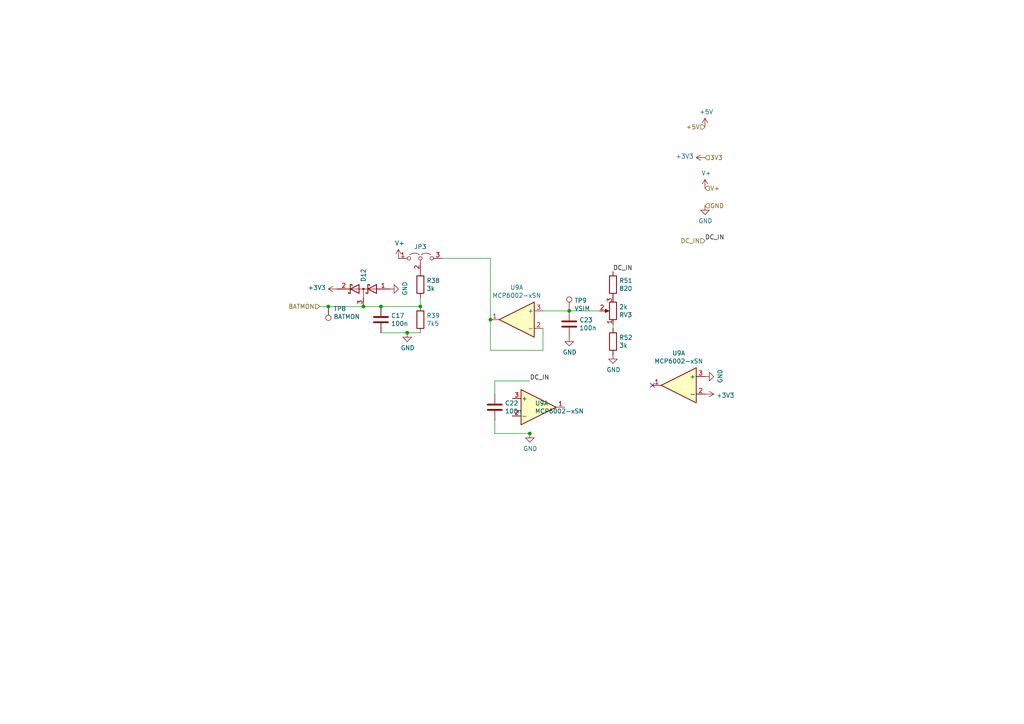
<source format=kicad_sch>
(kicad_sch (version 20211123) (generator eeschema)
  (paper "A4")
  (lib_symbols
    (symbol "Amplifier_Operational:MCP6002-xSN" (pin_names (offset 0.127))
      (property "Reference" "U" (at 0 5.08 0))
      (property "Value" "Amplifier_Operational_MCP6002-xSN" (at 0 -5.08 0))
      (symbol "MCP6002-xSN_1_1"
        (polyline (pts (xy -5.08 5.08) (xy 5.08 0) (xy -5.08 -5.08) (xy -5.08 5.08)) (stroke (width 0.254)) (fill (type background)))
        (pin output line (at 7.62 0 180) (length 2.54) (name "~") (number "1"))
        (pin input line (at -7.62 -2.54 0) (length 2.54) (name "-") (number "2"))
        (pin input line (at -7.62 2.54 0) (length 2.54) (name "+") (number "3"))
      )
      (symbol "MCP6002-xSN_2_1"
        (polyline (pts (xy -5.08 5.08) (xy 5.08 0) (xy -5.08 -5.08) (xy -5.08 5.08)) (stroke (width 0.254)) (fill (type background)))
        (pin input line (at -7.62 2.54 0) (length 2.54) (name "+") (number "5"))
        (pin input line (at -7.62 -2.54 0) (length 2.54) (name "-") (number "6"))
        (pin output line (at 7.62 0 180) (length 2.54) (name "~") (number "7"))
      )
      (symbol "MCP6002-xSN_3_1"
        (pin power_in line (at -2.54 -7.62 90) (length 3.81) (name "V-") (number "4"))
        (pin power_in line (at -2.54 7.62 270) (length 3.81) (name "V+") (number "8"))
      )
    )
    (symbol "Connector:TestPoint" (pin_numbers hide) (pin_names (offset 0.762) hide)
      (property "Reference" "TP" (at 0 6.858 0))
      (property "Value" "Connector_TestPoint" (at 0 5.08 0))
      (symbol "TestPoint_0_1"
        (circle (center 0 3.302) (radius 0.762))
      )
      (symbol "TestPoint_1_1"
        (pin passive line (at 0 0 90) (length 2.54) (name "1") (number "1"))
      )
    )
    (symbol "Device:C" (pin_numbers hide) (pin_names (offset 0.254))
      (property "Reference" "C" (at 0.635 2.54 0))
      (property "Value" "Device_C" (at 0.635 -2.54 0))
      (symbol "C_0_1"
        (polyline (pts (xy -2.032 -0.762) (xy 2.032 -0.762)) (stroke (width 0.508)))
        (polyline (pts (xy -2.032 0.762) (xy 2.032 0.762)) (stroke (width 0.508)))
      )
      (symbol "C_1_1"
        (pin passive line (at 0 3.81 270) (length 2.794) (name "~") (number "1"))
        (pin passive line (at 0 -3.81 90) (length 2.794) (name "~") (number "2"))
      )
    )
    (symbol "Device:D_Schottky_Dual_Series_AKC" (pin_names (offset 0.762) hide)
      (property "Reference" "D" (at 1.27 -2.54 0))
      (property "Value" "Device_D_Schottky_Dual_Series_AKC" (at 0 2.54 0))
      (symbol "D_Schottky_Dual_Series_AKC_0_1"
        (polyline (pts (xy -3.81 0) (xy 3.81 0)))
        (polyline (pts (xy 0 0) (xy 0 -2.54)))
        (polyline (pts (xy 6.35 0) (xy 7.62 0)))
        (polyline (pts (xy -1.27 -1.27) (xy -1.27 1.27) (xy -1.27 1.27)) (stroke (width 0.254)))
        (polyline (pts (xy 3.81 1.27) (xy 3.81 -1.27) (xy 3.81 -1.27)) (stroke (width 0.254)))
        (polyline (pts (xy -1.27 -1.27) (xy -0.762 -1.27) (xy -0.762 -1.016) (xy -0.762 -1.016)) (stroke (width 0.254)))
        (polyline (pts (xy 3.81 -1.27) (xy 4.318 -1.27) (xy 4.318 -1.016) (xy 4.318 -1.016)) (stroke (width 0.254)))
        (polyline (pts (xy 3.81 1.27) (xy 3.302 1.27) (xy 3.302 1.016) (xy 3.302 1.016)) (stroke (width 0.254)))
        (polyline (pts (xy -1.778 1.016) (xy -1.778 1.27) (xy -1.27 1.27) (xy -1.27 1.27) (xy -1.27 1.27)) (stroke (width 0.254)))
        (polyline (pts (xy -3.81 1.27) (xy -1.27 0) (xy -3.81 -1.27) (xy -3.81 1.27) (xy -3.81 1.27) (xy -3.81 1.27)) (stroke (width 0.254)))
        (polyline (pts (xy 1.27 1.27) (xy 3.81 0) (xy 1.27 -1.27) (xy 1.27 1.27) (xy 1.27 1.27) (xy 1.27 1.27)) (stroke (width 0.254)))
        (circle (center 0 0) (radius 0.254) (fill (type outline)))
        (pin passive line (at -7.62 0 0) (length 3.81) (name "A") (number "1"))
        (pin passive line (at 7.62 0 180) (length 3.81) (name "K") (number "2"))
        (pin passive line (at 0 -5.08 90) (length 2.54) (name "common") (number "3"))
      )
    )
    (symbol "Device:R" (pin_numbers hide) (pin_names (offset 0))
      (property "Reference" "R" (at 2.032 0 90))
      (property "Value" "Device_R" (at 0 0 90))
      (symbol "R_0_1"
        (rectangle (start -1.016 -2.54) (end 1.016 2.54) (stroke (width 0.254)))
      )
      (symbol "R_1_1"
        (pin passive line (at 0 3.81 270) (length 1.27) (name "~") (number "1"))
        (pin passive line (at 0 -3.81 90) (length 1.27) (name "~") (number "2"))
      )
    )
    (symbol "Device:R_Potentiometer" (pin_names (offset 1.016) hide)
      (property "Reference" "RV" (at -4.445 0 90))
      (property "Value" "Device_R_Potentiometer" (at -2.54 0 90))
      (symbol "R_Potentiometer_0_1"
        (polyline (pts (xy 2.54 0) (xy 1.524 0)))
        (polyline (pts (xy 1.143 0) (xy 2.286 0.508) (xy 2.286 -0.508) (xy 1.143 0)) (fill (type outline)))
        (rectangle (start 1.016 2.54) (end -1.016 -2.54) (stroke (width 0.254)))
      )
      (symbol "R_Potentiometer_1_1"
        (pin passive line (at 0 3.81 270) (length 1.27) (name "1") (number "1"))
        (pin passive line (at 3.81 0 180) (length 1.27) (name "2") (number "2"))
        (pin passive line (at 0 -3.81 90) (length 1.27) (name "3") (number "3"))
      )
    )
    (symbol "Jumper:Jumper_3_Open" (pin_names (offset 0) hide)
      (property "Reference" "JP" (at -2.54 -2.54 0))
      (property "Value" "Jumper_Jumper_3_Open" (at 0 2.794 0))
      (symbol "Jumper_3_Open_0_0"
        (circle (center -3.302 0) (radius 0.508))
        (circle (center 0 0) (radius 0.508))
        (circle (center 3.302 0) (radius 0.508))
      )
      (symbol "Jumper_3_Open_0_1"
        (arc (start -0.254 1.016) (mid -1.651 1.4992) (end -3.048 1.016))
        (polyline (pts (xy 0 -0.508) (xy 0 -1.27)))
        (arc (start 3.048 1.016) (mid 1.651 1.4992) (end 0.254 1.016))
      )
      (symbol "Jumper_3_Open_1_1"
        (pin passive line (at -6.35 0 0) (length 2.54) (name "A") (number "1"))
        (pin input line (at 0 -3.81 90) (length 2.54) (name "C") (number "2"))
        (pin passive line (at 6.35 0 180) (length 2.54) (name "B") (number "3"))
      )
    )
    (symbol "power:+3.3V" (power) (pin_names (offset 0))
      (property "Value" "power_+3.3V" (at 0 3.556 0))
      (symbol "+3.3V_0_1"
        (polyline (pts (xy -0.762 1.27) (xy 0 2.54)))
        (polyline (pts (xy 0 0) (xy 0 2.54)))
        (polyline (pts (xy 0 2.54) (xy 0.762 1.27)))
      )
      (symbol "+3.3V_1_1"
        (pin power_in line (at 0 0 90) (length 0) hide (name "+3V3") (number "1"))
      )
    )
    (symbol "power:+5V" (power) (pin_names (offset 0))
      (property "Value" "power_+5V" (at 0 3.556 0))
      (symbol "+5V_0_1"
        (polyline (pts (xy -0.762 1.27) (xy 0 2.54)))
        (polyline (pts (xy 0 0) (xy 0 2.54)))
        (polyline (pts (xy 0 2.54) (xy 0.762 1.27)))
      )
      (symbol "+5V_1_1"
        (pin power_in line (at 0 0 90) (length 0) hide (name "+5V") (number "1"))
      )
    )
    (symbol "power:GND" (power) (pin_names (offset 0))
      (property "Value" "power_GND" (at 0 -3.81 0))
      (symbol "GND_0_1"
        (polyline (pts (xy 0 0) (xy 0 -1.27) (xy 1.27 -1.27) (xy 0 -2.54) (xy -1.27 -1.27) (xy 0 -1.27)))
      )
      (symbol "GND_1_1"
        (pin power_in line (at 0 0 270) (length 0) hide (name "GND") (number "1"))
      )
    )
    (symbol "power_custom:V+" (power) (pin_names (offset 0))
      (property "Value" "power_custom_V+" (at 0 3.556 0))
      (symbol "V+_0_1"
        (polyline (pts (xy -0.762 1.27) (xy 0 2.54)))
        (polyline (pts (xy 0 0) (xy 0 2.54)))
        (polyline (pts (xy 0 2.54) (xy 0.762 1.27)))
      )
      (symbol "V+_1_1"
        (pin power_in line (at 0 0 90) (length 0) hide (name "V+") (number "1"))
      )
    )
  )
  (junction (at 105.41 88.9))
  (junction (at 118.11 96.52))
  (junction (at 165.1 90.17))
  (junction (at 110.49 88.9))
  (junction (at 95.25 88.9))
  (junction (at 121.92 88.9))
  (junction (at 142.24 92.71))
  (junction (at 153.67 125.73))
  (no_connect (at 189.23 111.76))
  (wire (pts (xy 143.51 125.73) (xy 153.67 125.73)))
  (wire (pts (xy 142.24 92.71) (xy 142.24 101.6)))
  (wire (pts (xy 177.8 95.25) (xy 177.8 93.98)))
  (wire (pts (xy 143.51 114.3) (xy 143.51 110.49)))
  (wire (pts (xy 110.49 96.52) (xy 118.11 96.52)))
  (wire (pts (xy 95.25 88.9) (xy 105.41 88.9)))
  (wire (pts (xy 142.24 74.93) (xy 142.24 92.71)))
  (wire (pts (xy 121.92 86.36) (xy 121.92 88.9)))
  (wire (pts (xy 105.41 88.9) (xy 110.49 88.9)))
  (wire (pts (xy 157.48 101.6) (xy 157.48 95.25)))
  (wire (pts (xy 143.51 121.92) (xy 143.51 125.73)))
  (wire (pts (xy 142.24 101.6) (xy 157.48 101.6)))
  (wire (pts (xy 118.11 96.52) (xy 121.92 96.52)))
  (wire (pts (xy 165.1 90.17) (xy 173.99 90.17)))
  (wire (pts (xy 110.49 88.9) (xy 121.92 88.9)))
  (wire (pts (xy 92.71 88.9) (xy 95.25 88.9)))
  (wire (pts (xy 143.51 110.49) (xy 153.67 110.49)))
  (wire (pts (xy 157.48 90.17) (xy 165.1 90.17)))
  (wire (pts (xy 128.27 74.93) (xy 142.24 74.93)))
  (label "DC_IN" (at 153.67 110.49 0))
  (label "DC_IN" (at 204.47 69.85 0))
  (label "DC_IN" (at 177.8 78.74 0))
  (hierarchical_label "DC_IN" (shape input) (at 204.47 69.85 180))
  (hierarchical_label "V+" (shape input) (at 204.47 54.61 0))
  (hierarchical_label "GND" (shape input) (at 204.47 59.69 0))
  (hierarchical_label "+5V" (shape input) (at 204.47 36.83 180))
  (hierarchical_label "3V3" (shape input) (at 204.47 45.72 0))
  (hierarchical_label "BATMON" (shape input) (at 92.71 88.9 180))
  (symbol (lib_id "power_custom:V+") (at 204.47 54.61 0) (unit 1)
    (property "Reference" "#PWR084" (effects hide))
    (property "Value" "V+" (at 204.851 50.2158 0))
  )
  (symbol (lib_id "power_custom:V+") (at 115.57 74.93 0) (unit 1)
    (property "Reference" "#PWR039" (effects hide))
    (property "Value" "V+" (at 115.951 70.5358 0))
  )
  (symbol (lib_id "Amplifier_Operational:MCP6002-xSN") (at 196.85 111.76 0) (mirror y)
    (property "Reference" "U9" (at 196.85 102.4382 0))
    (property "Value" "MCP6002-xSN" (at 196.85 104.7496 0))
    (property "Footprint" "Package_SO:SO-8_3.9x4.9mm_P1.27mm" (effects hide))
    (property "Datasheet" "http://ww1.microchip.com/downloads/en/DeviceDoc/21733j.pdf" (effects hide))
    (property "LCSC" "C7377" (effects hide))
    (property "Digikey" "MCP6002-I/SN-ND" (effects hide))
  )
  (symbol (lib_id "power:GND") (at 204.47 109.22 90)
    (property "Reference" "#PWR0148" (effects hide))
    (property "Value" "GND" (at 208.8642 109.093 0))
  )
  (symbol (lib_id "power:+3.3V") (at 204.47 114.3 270) (unit 1)
    (property "Reference" "#PWR0150" (effects hide))
    (property "Value" "+3.3V" (at 207.7212 114.681 90) (effects (justify left)))
  )
  (symbol (lib_id "Device:D_Schottky_Dual_Series_AKC") (at 105.41 83.82 0) (mirror y)
    (property "Reference" "D12" (at 105.41 81.788 90) (effects (justify left)))
    (property "Value" "BAT54S" (effects hide))
    (property "Footprint" "Package_TO_SOT_SMD:SOT-23" (effects hide))
    (property "Digikey" "1727-1868-1-ND" (effects hide))
    (property "LCSC" "C47546" (effects hide))
  )
  (symbol (lib_id "power:GND") (at 113.03 83.82 90)
    (property "Reference" "#PWR0144" (effects hide))
    (property "Value" "GND" (at 117.4242 83.693 0))
  )
  (symbol (lib_id "power:+3.3V") (at 204.47 45.72 90) (unit 1)
    (property "Reference" "#PWR0145" (effects hide))
    (property "Value" "+3.3V" (at 201.2188 45.339 90) (effects (justify left)))
  )
  (symbol (lib_id "power:+3.3V") (at 97.79 83.82 90) (unit 1)
    (property "Reference" "#PWR0143" (effects hide))
    (property "Value" "+3.3V" (at 94.5388 83.439 90) (effects (justify left)))
  )
  (symbol (lib_id "power:+5V") (at 204.47 36.83 0) (unit 1)
    (property "Reference" "#PWR0147" (effects hide))
    (property "Value" "+5V" (at 204.851 32.4358 0))
  )
  (symbol (lib_id "Connector:TestPoint") (at 95.25 88.9 180)
    (property "Reference" "TP8" (at 96.7232 89.5604 0) (effects (justify right)))
    (property "Value" "BATMON" (at 96.7232 91.8718 0) (effects (justify right)))
    (property "Footprint" "Connector_PinHeader_2.54mm:PinHeader_1x01_P2.54mm_Vertical" (effects hide))
  )
  (symbol (lib_id "Connector:TestPoint") (at 165.1 90.17 0)
    (property "Reference" "TP9" (at 166.5732 87.1728 0) (effects (justify left)))
    (property "Value" "VSIM" (at 166.5732 89.4842 0) (effects (justify left)))
    (property "Footprint" "Connector_PinHeader_2.54mm:PinHeader_1x01_P2.54mm_Vertical" (effects hide))
  )
  (symbol (lib_id "Device:R") (at 121.92 82.55 0)
    (property "Reference" "R38" (at 123.698 81.3816 0) (effects (justify left)))
    (property "Value" "3k" (at 123.698 83.693 0) (effects (justify left)))
    (property "Footprint" "Resistor_SMD:R_1206_3216Metric_Pad1.30x1.75mm_HandSolder" (effects hide))
    (property "LCSC" "C132648" (effects hide))
    (property "Digikey" "311-3.00KFRCT-ND" (effects hide))
  )
  (symbol (lib_id "Device:R") (at 121.92 92.71 0)
    (property "Reference" "R39" (at 123.698 91.5416 0) (effects (justify left)))
    (property "Value" "7k5" (at 123.698 93.853 0) (effects (justify left)))
    (property "Footprint" "Resistor_SMD:R_1206_3216Metric_Pad1.30x1.75mm_HandSolder" (effects hide))
    (property "LCSC" "C137232" (effects hide))
    (property "Digikey" "311-7.50KFRCT-ND" (effects hide))
  )
  (symbol (lib_id "Device:C") (at 110.49 92.71 0)
    (property "Reference" "C17" (at 113.411 91.5416 0) (effects (justify left)))
    (property "Value" "100n" (at 113.411 93.853 0) (effects (justify left)))
    (property "Footprint" "Capacitor_SMD:C_1206_3216Metric_Pad1.33x1.80mm_HandSolder" (effects hide))
    (property "Digikey" "399-C1206C104K5RAC7800CT-ND" (effects hide))
    (property "LCSC" "C730479" (effects hide))
  )
  (symbol (lib_id "power:GND") (at 118.11 96.52 0)
    (property "Reference" "#PWR074" (effects hide))
    (property "Value" "GND" (at 118.237 100.9142 0))
  )
  (symbol (lib_id "Amplifier_Operational:MCP6002-xSN") (at 149.86 92.71 0) (mirror y)
    (property "Reference" "U9" (at 149.86 83.3882 0))
    (property "Value" "MCP6002-xSN" (at 149.86 85.6996 0))
    (property "Footprint" "Package_SO:SO-8_3.9x4.9mm_P1.27mm" (effects hide))
    (property "Datasheet" "http://ww1.microchip.com/downloads/en/DeviceDoc/21733j.pdf" (effects hide))
    (property "LCSC" "C7377" (effects hide))
    (property "Digikey" "MCP6002-I/SN-ND" (effects hide))
  )
  (symbol (lib_id "Amplifier_Operational:MCP6002-xSN") (at 156.21 118.11 0)
    (property "Reference" "U9" (at 155.1432 116.9416 0) (effects (justify left)))
    (property "Value" "MCP6002-xSN" (at 155.1432 119.253 0) (effects (justify left)))
    (property "Footprint" "Package_SO:SO-8_3.9x4.9mm_P1.27mm" (effects hide))
    (property "Datasheet" "http://ww1.microchip.com/downloads/en/DeviceDoc/21733j.pdf" (effects hide))
    (property "LCSC" "C7377" (effects hide))
    (property "Digikey" "MCP6002-I/SN-ND" (effects hide))
  )
  (symbol (lib_id "Jumper:Jumper_3_Open") (at 121.92 74.93 0)
    (property "Reference" "JP3" (at 121.92 71.5518 0))
    (property "Value" "Jumper_3_Open" (effects hide))
    (property "Footprint" "Connector_PinHeader_2.54mm:PinHeader_1x03_P2.54mm_Vertical" (effects hide))
  )
  (symbol (lib_id "Device:R_Potentiometer") (at 177.8 90.17 180)
    (property "Reference" "RV3" (at 179.578 91.3384 0) (effects (justify right)))
    (property "Value" "2k" (at 179.578 89.027 0) (effects (justify right)))
    (property "Footprint" "Potentiometer_THT:Potentiometer_Bourns_3296W_Vertical" (effects hide))
    (property "LCSC" "C118206" (effects hide))
    (property "Digikey" "3296W-1-202LF" (effects hide))
  )
  (symbol (lib_id "Device:R") (at 177.8 82.55 0) (mirror y)
    (property "Reference" "R51" (at 179.578 81.3816 0) (effects (justify right)))
    (property "Value" "820" (at 179.578 83.693 0) (effects (justify right)))
    (property "Footprint" "Resistor_SMD:R_1206_3216Metric_Pad1.30x1.75mm_HandSolder" (effects hide))
    (property "LCSC" "C229812" (effects hide))
    (property "Digikey" "311-820FRCT-ND" (effects hide))
  )
  (symbol (lib_id "Device:R") (at 177.8 99.06 0) (mirror y)
    (property "Reference" "R52" (at 179.578 97.8916 0) (effects (justify right)))
    (property "Value" "3k" (at 179.578 100.203 0) (effects (justify right)))
    (property "Footprint" "Resistor_SMD:R_1206_3216Metric_Pad1.30x1.75mm_HandSolder" (effects hide))
    (property "LCSC" "C132648" (effects hide))
    (property "Digikey" "311-3.00KFRCT-ND" (effects hide))
  )
  (symbol (lib_id "power:GND") (at 177.8 102.87 0)
    (property "Reference" "#PWR083" (effects hide))
    (property "Value" "GND" (at 177.927 107.2642 0))
  )
  (symbol (lib_id "power:GND") (at 153.67 125.73 0)
    (property "Reference" "#PWR078" (effects hide))
    (property "Value" "GND" (at 153.797 130.1242 0))
  )
  (symbol (lib_id "Device:C") (at 165.1 93.98 0)
    (property "Reference" "C23" (at 168.021 92.8116 0) (effects (justify left)))
    (property "Value" "100n" (at 168.021 95.123 0) (effects (justify left)))
    (property "Footprint" "Capacitor_SMD:C_1206_3216Metric_Pad1.33x1.80mm_HandSolder" (effects hide))
    (property "Digikey" "399-C1206C104K5RAC7800CT-ND" (effects hide))
    (property "LCSC" "C730479" (effects hide))
  )
  (symbol (lib_id "power:GND") (at 165.1 97.79 0)
    (property "Reference" "#PWR081" (effects hide))
    (property "Value" "GND" (at 165.227 102.1842 0))
  )
  (symbol (lib_id "Device:C") (at 143.51 118.11 0)
    (property "Reference" "C22" (at 146.431 116.9416 0) (effects (justify left)))
    (property "Value" "100n" (at 146.431 119.253 0) (effects (justify left)))
    (property "Footprint" "Capacitor_SMD:C_1206_3216Metric_Pad1.33x1.80mm_HandSolder" (effects hide))
    (property "Digikey" "399-C1206C104K5RAC7800CT-ND" (effects hide))
    (property "LCSC" "C730479" (effects hide))
  )
  (symbol (lib_id "power:GND") (at 204.47 59.69 0)
    (property "Reference" "#PWR085" (effects hide))
    (property "Value" "GND" (at 204.597 64.0842 0))
  )
)
</source>
